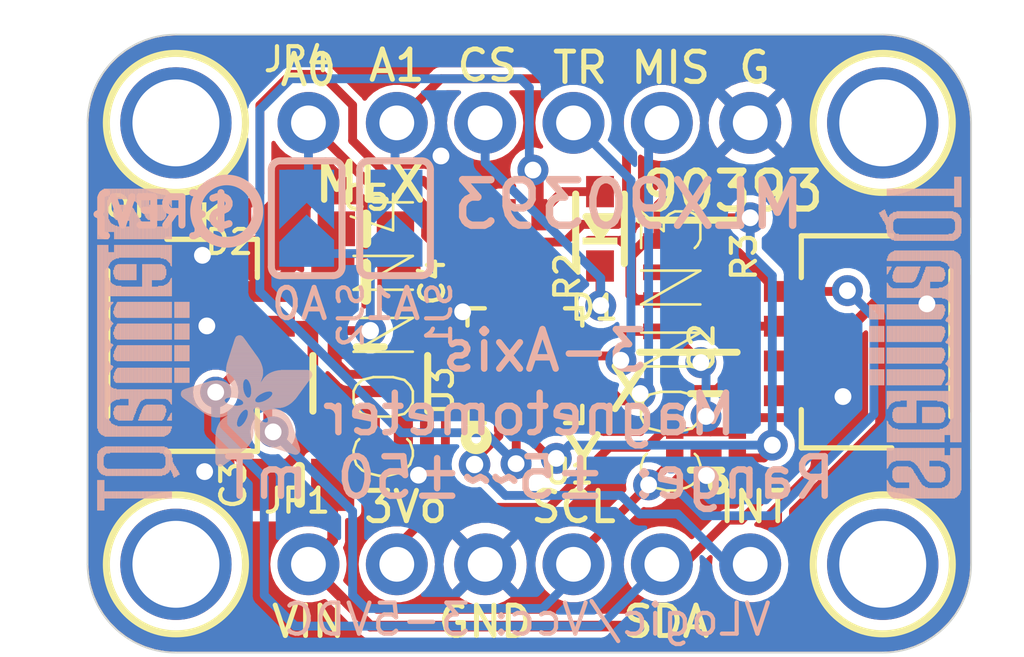
<source format=kicad_pcb>
(kicad_pcb (version 20221018) (generator pcbnew)
  (layers (0 "F.Cu" signal) (31 "B.Cu" signal) (34 "B.Paste" user) (35 "F.Paste" user) (36 "B.SilkS" user "B.Silkscreen") (37 "F.SilkS" user "F.Silkscreen") (38 "B.Mask" user) (39 "F.Mask" user) (44 "Edge.Cuts" user))
  (net 0 "")
  (net 1 "A0_3V")
  (net 2 "A1_3V")
  (net 3 "GND")
  (net 4 "3.3V")
  (net 5 "SENB_3V")
  (net 6 "MISO_3V")
  (net 7 "SDA_3V")
  (net 8 "SCL_3V")
  (net 9 "INT_3V")
  (net 10 "INT/TRIG_3V")
  (net 11 "SDA")
  (net 12 "SCL")
  (net 13 "SENB")
  (net 14 "VCC")
  (net 15 "N$1")
  (footprint "working:QFN16_3MM" (layer "F.Cu") (at 148.3741 105.6386 90)
    (fp_text reference "U1")
    (fp_text value "MLX90393")
  )
  (footprint "working:CHIPLED_0603_NOOUTLINE" (layer "F.Cu") (at 139.3571 101.3206 90)
    (fp_text reference "D2")
    (fp_text value "GREEN")
  )
  (footprint "working:MOUNTINGHOLE_2.5_PLATED" (layer "F.Cu") (at 158.6611 111.3536)
    (fp_text reference "U$37" hide)
    (fp_text value "MOUNTINGHOLE2.5" hide)
  )
  (footprint "working:MOUNTINGHOLE_2.5_PLATED" (layer "F.Cu") (at 138.3411 111.3536)
    (fp_text reference "U$36" hide)
    (fp_text value "MOUNTINGHOLE2.5" hide)
  )
  (footprint "working:0603-NO" (layer "F.Cu") (at 143.8021 101.7016)
    (fp_text reference "C5")
    (fp_text value "0.1uF")
  )
  (footprint "working:SOT363" (layer "F.Cu") (at 153.5811 107.5436 90)
    (fp_text reference "Q2")
    (fp_text value "BSS138")
  )
  (footprint "working:1X06_ROUND_70" (layer "F.Cu") (at 148.5011 98.6536)
    (fp_text reference "JP4")
    (fp_text value "")
  )
  (footprint "working:FIDUCIAL_1MM" (layer "F.Cu") (at 156.2481 102.2096)
    (fp_text reference "FID4" hide)
    (fp_text value "FIDUCIAL_1MM" hide)
  )
  (footprint "working:MOUNTINGHOLE_2.5_PLATED" (layer "F.Cu") (at 158.6611 98.6536)
    (fp_text reference "U$34" hide)
    (fp_text value "MOUNTINGHOLE2.5" hide)
  )
  (footprint "working:RESPACK_4X0603_NO" (layer "F.Cu") (at 147.4851 102.1461 180)
    (fp_text reference "R2")
    (fp_text value "10K")
  )
  (footprint "working:SOT23-5" (layer "F.Cu") (at 143.9291 106.1466)
    (fp_text reference "U3")
    (fp_text value "AP2112K-3.3")
  )
  (footprint "working:0805-NO" (layer "F.Cu") (at 143.8021 103.2256)
    (fp_text reference "C4")
    (fp_text value "10uF")
  )
  (footprint "working:0805-NO" (layer "F.Cu") (at 141.8971 109.0676 180)
    (fp_text reference "C3")
    (fp_text value "10uF")
  )
  (footprint "working:SOD-323_MINI" (layer "F.Cu") (at 150.5331 101.7016 90)
    (fp_text reference "D1")
    (fp_text value "1N4148")
  )
  (footprint "working:MOUNTINGHOLE_2.5_PLATED" (layer "F.Cu") (at 138.3411 98.6536)
    (fp_text reference "U$33" hide)
    (fp_text value "MOUNTINGHOLE2.5" hide)
  )
  (footprint "working:JST_SH4" (layer "F.Cu") (at 158.5341 105.0036 90)
    (fp_text reference "CONN3")
    (fp_text value "STEMMA_I2C_QT" hide)
  )
  (footprint "working:1X06_ROUND_70" (layer "F.Cu") (at 148.5011 111.3536)
    (fp_text reference "JP1")
    (fp_text value "")
  )
  (footprint "working:JST_SH4" (layer "F.Cu") (at 138.4681 105.0036 -90)
    (fp_text reference "CONN4")
    (fp_text value "STEMMA_I2C_QT" hide)
  )
  (footprint "working:RESPACK_4X0603" (layer "F.Cu") (at 153.0731 103.3526 -90)
    (fp_text reference "R3")
    (fp_text value "10K")
  )
  (footprint "working:FIDUCIAL_1MM" (layer "F.Cu") (at 137.3251 104.6226)
    (fp_text reference "FID2" hide)
    (fp_text value "FIDUCIAL_1MM" hide)
  )
  (footprint "working:SOLDERJUMPER_ARROW_NOPASTE" (layer "B.Cu") (at 142.1003 101.3968 90)
    (fp_text reference "SJ2")
    (fp_text value "")
  )
  (footprint "working:STEMMAQT" (layer "B.Cu") (at 158.2801 109.4486 90)
    (fp_text reference "U$41" hide)
    (fp_text value "" hide)
  )
  (footprint "working:STEMMAQT" (layer "B.Cu") (at 138.7221 100.5586 -90)
    (fp_text reference "U$42" hide)
    (fp_text value "" hide)
  )
  (footprint "working:PCBFEAT-REV-040" (layer "B.Cu") (at 139.8016 101.1936 180)
    (fp_text reference "U$18" hide)
    (fp_text value "" hide)
  )
  (footprint "working:ADAFRUIT_3.5MM" (layer "B.Cu") (at 142.2781 108.5596 180)
    (fp_text reference "U$39" hide)
    (fp_text value "" hide)
  )
  (footprint "working:SOLDERJUMPER_ARROW_NOPASTE" (layer "B.Cu") (at 144.6403 101.3968 90)
    (fp_text reference "SJ1")
    (fp_text value "")
  )
  (gr_line (start 138.3411 113.8936) (end 158.6611 113.8936) (stroke (width 0.05)) (layer "Edge.Cuts"))
  (gr_line (start 161.2011 111.3536) (end 161.2011 98.6536) (stroke (width 0.05)) (layer "Edge.Cuts"))
  (gr_arc (start 158.6611 96.1136) (mid 160.457151 96.857549) (end 161.2011 98.6536) (stroke (width 0.05)) (layer "Edge.Cuts"))
  (gr_arc (start 138.3411 113.8936) (mid 136.545049 113.149651) (end 135.8011 111.3536) (stroke (width 0.05)) (layer "Edge.Cuts"))
  (gr_arc (start 135.8011 98.6536) (mid 136.545049 96.857549) (end 138.3411 96.1136) (stroke (width 0.05)) (layer "Edge.Cuts"))
  (gr_line (start 135.8011 98.6536) (end 135.8011 111.3536) (stroke (width 0.05)) (layer "Edge.Cuts"))
  (gr_line (start 158.6611 96.1136) (end 138.3411 96.1136) (stroke (width 0.05)) (layer "Edge.Cuts"))
  (gr_arc (start 161.2011 111.3536) (mid 160.457151 113.149651) (end 158.6611 113.8936) (stroke (width 0.05)) (layer "Edge.Cuts"))
  (gr_text "MLX90393" (at 151.3586 101.0031) (layer "B.SilkS") (effects (font (size 1.31064 1.31064) (thickness 0.21336)) (justify mirror)))
  (gr_text "VLogic/Vcc: 3-5VDC" (at 148.4376 112.9411) (layer "B.SilkS") (effects (font (size 0.89408 0.89408) (thickness 0.12192)) (justify mirror)))
  (gr_text "3-Axis \nMagnetometer\nRange: ±5~~±50 mT" (at 148.5011 107.0356) (layer "B.SilkS") (effects (font (size 1.135888 1.135888) (thickness 0.184912)) (justify mirror)))
  (gr_text "A0" (at 141.8971 103.8606) (layer "B.SilkS") (effects (font (size 0.87376 0.87376) (thickness 0.14224)) (justify mirror)))
  (gr_text "A1" (at 144.5641 103.8606) (layer "B.SilkS") (effects (font (size 0.87376 0.87376) (thickness 0.14224)) (justify mirror)))
  (gr_text "90393" (at 154.3431 100.6221) (layer "F.SilkS") (effects (font (size 1.0922 1.0922) (thickness 0.1778))))
  (gr_text "CS" (at 147.2946 97.0026) (layer "F.SilkS") (effects (font (size 0.87376 0.87376) (thickness 0.14224))))
  (gr_text "TR" (at 149.9616 97.0661) (layer "F.SilkS") (effects (font (size 0.87376 0.87376) (thickness 0.14224))))
  (gr_text "X" (at 150.6601 107.0356) (layer "F.SilkS") (effects (font (size 1.223264 1.223264) (thickness 0.199136)) (justify left bottom)))
  (gr_text "A1" (at 144.6911 97.0026) (layer "F.SilkS") (effects (font (size 0.87376 0.87376) (thickness 0.14224))))
  (gr_text "on" (at 136.1821 101.4476) (layer "F.SilkS") (effects (font (size 0.89408 0.89408) (thickness 0.12192)) (justify left bottom)))
  (gr_text "VIN" (at 142.1511 113.0046) (layer "F.SilkS") (effects (font (size 0.87376 0.87376) (thickness 0.14224))))
  (gr_text "SCL" (at 149.7711 109.7026) (layer "F.SilkS") (effects (font (size 0.87376 0.87376) (thickness 0.14224))))
  (gr_text "GND" (at 147.2311 113.0046) (layer "F.SilkS") (effects (font (size 0.87376 0.87376) (thickness 0.14224))))
  (gr_text "INT" (at 154.9781 109.7026) (layer "F.SilkS") (effects (font (size 0.87376 0.87376) (thickness 0.14224))))
  (gr_text "G" (at 154.9781 97.0661) (layer "F.SilkS") (effects (font (size 0.87376 0.87376) (thickness 0.14224))))
  (gr_text "3Vo" (at 144.9451 109.7026) (layer "F.SilkS") (effects (font (size 0.87376 0.87376) (thickness 0.14224))))
  (gr_text "MIS" (at 152.5651 97.0661) (layer "F.SilkS") (effects (font (size 0.87376 0.87376) (thickness 0.14224))))
  (gr_text "SDA" (at 152.4381 113.0046) (layer "F.SilkS") (effects (font (size 0.87376 0.87376) (thickness 0.14224))))
  (gr_text "A0" (at 142.1511 97.1296) (layer "F.SilkS") (effects (font (size 0.87376 0.87376) (thickness 0.14224))))
  (gr_text "Y" (at 149.3901 109.0041) (layer "F.SilkS") (effects (font (size 1.223264 1.223264) (thickness 0.199136)) (justify left bottom)))
  (gr_text "MLX" (at 143.9291 100.3681) (layer "F.SilkS") (effects (font (size 1.0922 1.0922) (thickness 0.1778))))
  (segment (start 147.0851 102.0826) (end 145.7071 102.0826) (width 0.254) (layer "F.Cu") (net 1))
  (segment (start 145.7071 102.0826) (end 145.5198 101.8953) (width 0.254) (layer "F.Cu") (net 1))
  (segment (start 145.5198 101.8953) (end 145.5198 101.064825) (width 0.254) (layer "F.Cu") (net 1))
  (segment (start 145.267575 100.8126) (end 144.3101 100.8126) (width 0.254) (layer "F.Cu") (net 1))
  (segment (start 147.6241 103.9796) (end 147.0851 103.4406) (width 0.254) (layer "F.Cu") (net 1))
  (segment (start 144.3101 100.8126) (end 142.1511 98.6536) (width 0.254) (layer "F.Cu") (net 1))
  (segment (start 145.5198 101.064825) (end 145.267575 100.8126) (width 0.254) (layer "F.Cu") (net 1))
  (segment (start 147.0851 103.4406) (end 147.0851 102.9961) (width 0.254) (layer "F.Cu") (net 1))
  (segment (start 147.6241 104.1386) (end 147.6241 103.9796) (width 0.254) (layer "F.Cu") (net 1))
  (segment (start 147.0851 102.9961) (end 147.0851 102.0826) (width 0.254) (layer "F.Cu") (net 1))
  (segment (start 142.1003 100.3808) (end 142.1511 100.33) (width 0.254) (layer "B.Cu") (net 1))
  (segment (start 142.1511 100.33) (end 142.1511 98.6536) (width 0.254) (layer "B.Cu") (net 1))
  (segment (start 148.1241 103.4256) (end 147.8851 103.1866) (width 0.254) (layer "F.Cu") (net 2))
  (segment (start 145.9611 97.3836) (end 144.6911 98.6536) (width 0.254) (layer "F.Cu") (net 2))
  (segment (start 151.0411 101.5746) (end 151.2951 101.3206) (width 0.254) (layer "F.Cu") (net 2))
  (segment (start 150.0251 101.5746) (end 151.0411 101.5746) (width 0.254) (layer "F.Cu") (net 2))
  (segment (start 149.5171 102.0826) (end 150.0251 101.5746) (width 0.254) (layer "F.Cu") (net 2))
  (segment (start 148.0566 102.0826) (end 149.5171 102.0826) (width 0.254) (layer "F.Cu") (net 2))
  (segment (start 151.2951 101.3206) (end 151.2951 99.361813) (width 0.254) (layer "F.Cu") (net 2))
  (segment (start 151.0919 99.158613) (end 151.0919 97.9424) (width 0.254) (layer "F.Cu") (net 2))
  (segment (start 147.8851 103.1866) (end 147.8851 102.9961) (width 0.254) (layer "F.Cu") (net 2))
  (segment (start 147.8851 102.2541) (end 148.0566 102.0826) (width 0.254) (layer "F.Cu") (net 2))
  (segment (start 151.2951 99.361813) (end 151.0919 99.158613) (width 0.254) (layer "F.Cu") (net 2))
  (segment (start 151.0919 97.9424) (end 150.5331 97.3836) (width 0.254) (layer "F.Cu") (net 2))
  (segment (start 147.8851 102.9961) (end 147.8851 102.2541) (width 0.254) (layer "F.Cu") (net 2))
  (segment (start 148.1241 104.1386) (end 148.1241 103.4256) (width 0.254) (layer "F.Cu") (net 2))
  (segment (start 150.5331 97.3836) (end 145.9611 97.3836) (width 0.254) (layer "F.Cu") (net 2))
  (segment (start 144.6403 98.7044) (end 144.6911 98.6536) (width 0.254) (layer "B.Cu") (net 2))
  (segment (start 144.6403 100.3808) (end 144.6403 98.7044) (width 0.254) (layer "B.Cu") (net 2))
  (segment (start 144.6521 101.7016) (end 144.552518 101.7016) (width 0.254) (layer "F.Cu") (net 3))
  (segment (start 143.542309 100.691391) (end 141.510309 100.691391) (width 0.254) (layer "F.Cu") (net 3))
  (segment (start 141.510309 100.691391) (end 140.9821 101.2196) (width 0.254) (layer "F.Cu") (net 3))
  (segment (start 144.552518 101.7016) (end 143.542309 100.691391) (width 0.254) (layer "F.Cu") (net 3))
  (segment (start 140.9821 101.2196) (end 140.9821 103.5036) (width 0.254) (layer "F.Cu") (net 3))
  (via (at 157.5181 106.5276) (size 0.889) (drill 0.4826) (layers "F.Cu" "B.Cu") (net 3))
  (via (at 139.2301 104.4956) (size 0.889) (drill 0.4826) (layers "F.Cu" "B.Cu") (net 3))
  (via (at 145.9611 99.6061) (size 0.889) (drill 0.4826) (layers "F.Cu" "B.Cu") (net 3))
  (via (at 146.5834 104.0892) (size 0.889) (drill 0.4826) (layers "F.Cu" "B.Cu") (net 3))
  (via (at 139.1666 108.6866) (size 0.889) (drill 0.4826) (layers "F.Cu" "B.Cu") (net 3))
  (via (at 139.1031 102.4636) (size 0.889) (drill 0.4826) (layers "F.Cu" "B.Cu") (net 3))
  (via (at 159.9311 103.8606) (size 0.889) (drill 0.4826) (layers "F.Cu" "B.Cu") (net 3))
  (via (at 153.5938 108.8009) (size 0.889) (drill 0.4826) (layers "F.Cu" "B.Cu") (net 3))
  (via (at 145.3134 108.7882) (size 0.889) (drill 0.4826) (layers "F.Cu" "B.Cu") (net 3))
  (segment (start 145.7071 109.8296) (end 144.6911 110.8456) (width 0.254) (layer "F.Cu") (net 4))
  (segment (start 145.7023 105.8838) (end 145.7071 105.8886) (width 0.254) (layer "F.Cu") (net 4))
  (segment (start 143.1936 104.632) (end 143.9291 104.632) (width 0.254) (layer "F.Cu") (net 4))
  (segment (start 142.9791 104.8465) (end 143.1936 104.632) (width 0.254) (layer "F.Cu") (net 4))
  (segment (start 153.0731 103.3526) (end 153.0731 104.4956) (width 0.3048) (layer "F.Cu") (net 4))
  (segment (start 152.2231 104.6526) (end 152.535312 104.6526) (width 0.254) (layer "F.Cu") (net 4))
  (segment (start 153.0731 104.4956) (end 152.9161 104.6526) (width 0.3048) (layer "F.Cu") (net 4))
  (segment (start 149.6836 103.437125) (end 149.6836 104.6981) (width 0.254) (layer "F.Cu") (net 4))
  (segment (start 146.0881 105.8886) (end 146.8741 105.8886) (width 0.254) (layer "F.Cu") (net 4))
  (segment (start 149.6836 104.6981) (end 149.8741 104.8886) (width 0.254) (layer "F.Cu") (net 4))
  (segment (start 142.9521 103.1256) (end 142.8521 103.2256) (width 0.254) (layer "F.Cu") (net 4))
  (segment (start 146.1851 102.9961) (end 146.0588 102.9961) (width 0.254) (layer "F.Cu") (net 4))
  (segment (start 143.2901 105.8886) (end 145.7071 105.8886) (width 0.254) (layer "F.Cu") (net 4))
  (segment (start 152.9161 104.6526) (end 152.2231 104.6526) (width 0.3048) (layer "F.Cu") (net 4))
  (segment (start 145.8849 109.6772) (end 145.8849 109.7153) (width 0.254) (layer "F.Cu") (net 4))
  (segment (start 152.6811 107.5436) (end 153.7081 107.5436) (width 0.254) (layer "F.Cu") (net 4))
  (segment (start 145.7071 109.8296) (end 145.7071 109.855) (width 0.254) (layer "F.Cu") (net 4))
  (segment (start 152.6731 102.9526) (end 153.0731 103.3526) (width 0.3048) (layer "F.Cu") (net 4))
  (segment (start 142.9791 104.8465) (end 142.9791 105.5776) (width 0.254) (layer "F.Cu") (net 4))
  (segment (start 152.2231 104.6526) (end 150.8086 104.6526) (width 0.254) (layer "F.Cu") (net 4))
  (segment (start 152.2231 102.9526) (end 152.6731 102.9526) (width 0.3048) (layer "F.Cu") (net 4))
  (segment (start 152.323681 107.5436) (end 152.6811 107.5436) (width 0.254) (layer "F.Cu") (net 4))
  (segment (start 145.8849 109.7153) (end 149.0726 109.7153) (width 0.254) (layer "F.Cu") (net 4))
  (segment (start 142.9791 103.3526) (end 142.9791 104.8465) (width 0.254) (layer "F.Cu") (net 4))
  (segment (start 142.8521 103.2256) (end 142.9791 103.3526) (width 0.254) (layer "F.Cu") (net 4))
  (segment (start 145.8849 109.6772) (end 145.7071 109.855) (width 0.254) (layer "F.Cu") (net 4))
  (segment (start 144.6911 110.8456) (end 144.6911 111.3536) (width 0.254) (layer "F.Cu") (net 4))
  (segment (start 149.8741 104.8886) (end 150.5726 104.8886) (width 0.254) (layer "F.Cu") (net 4))
  (segment (start 142.9521 101.7016) (end 142.9521 103.1256) (width 0.254) (layer "F.Cu") (net 4))
  (segment (start 148.7851 102.9961) (end 149.242575 102.9961) (width 0.254) (layer "F.Cu") (net 4))
  (segment (start 153.5811 107.4166) (end 153.5811 107.0991) (width 0.254) (layer "F.Cu") (net 4))
  (segment (start 146.0881 109.4486) (end 145.7071 109.8296) (width 0.254) (layer "F.Cu") (net 4))
  (segment (start 150.8086 104.6526) (end 150.5726 104.8886) (width 0.254) (layer "F.Cu") (net 4))
  (segment (start 149.0726 109.7153) (end 150.7991 107.9888) (width 0.254) (layer "F.Cu") (net 4))
  (segment (start 153.432412 105.5497) (end 152.535312 104.6526) (width 0.254) (layer "F.Cu") (net 4))
  (segment (start 153.7081 107.5436) (end 153.5811 107.4166) (width 0.254) (layer "F.Cu") (net 4))
  (segment (start 146.0588 102.9961) (end 145.7023 103.3526) (width 0.254) (layer "F.Cu") (net 4))
  (segment (start 142.9791 105.5776) (end 143.2901 105.8886) (width 0.254) (layer "F.Cu") (net 4))
  (segment (start 145.7071 105.8886) (end 146.0881 105.8886) (width 0.254) (layer "F.Cu") (net 4))
  (segment (start 150.7991 107.9888) (end 151.878481 107.9888) (width 0.254) (layer "F.Cu") (net 4))
  (segment (start 151.878481 107.9888) (end 152.323681 107.5436) (width 0.254) (layer "F.Cu") (net 4))
  (segment (start 145.7023 105.8838) (end 145.7023 103.3526) (width 0.254) (layer "F.Cu") (net 4))
  (segment (start 153.7081 107.5436) (end 154.4811 107.5436) (width 0.254) (layer "F.Cu") (net 4))
  (segment (start 149.6836 103.437125) (end 149.242575 102.9961) (width 0.254) (layer "F.Cu") (net 4))
  (segment (start 146.0881 105.8886) (end 146.0881 109.4486) (width 0.254) (layer "F.Cu") (net 4))
  (via (at 143.9291 104.632) (size 0.9064) (drill 0.5) (layers "F.Cu" "B.Cu") (net 4))
  (via (at 153.5811 107.0991) (size 0.889) (drill 0.4826) (layers "F.Cu" "B.Cu") (net 4))
  (via (at 153.432412 105.5497) (size 0.889) (drill 0.4826) (layers "F.Cu" "B.Cu") (net 4))
  (segment (start 153.432412 105.5497) (end 153.5811 105.698388) (width 0.254) (layer "B.Cu") (net 4))
  (segment (start 143.9291 102.7938) (end 144.3101 102.4128) (width 0.254) (layer "B.Cu") (net 4))
  (segment (start 143.9291 104.632) (end 143.9291 102.7938) (width 0.254) (layer "B.Cu") (net 4))
  (segment (start 153.5811 105.698388) (end 153.5811 107.0991) (width 0.254) (layer "B.Cu") (net 4))
  (segment (start 142.1003 102.4128) (end 144.3101 102.4128) (width 0.254) (layer "B.Cu") (net 4))
  (segment (start 144.3101 102.4128) (end 144.6403 102.4128) (width 0.254) (layer "B.Cu") (net 4))
  (segment (start 148.7851 101.2961) (end 148.7851 100.101625) (width 0.254) (layer "F.Cu") (net 5))
  (segment (start 148.604396 100.010804) (end 148.694278 100.010804) (width 0.254) (layer "F.Cu") (net 5))
  (segment (start 148.7851 100.101625) (end 148.694278 100.010804) (width 0.254) (layer "F.Cu") (net 5))
  (segment (start 149.4496 100.6316) (end 150.5331 100.6316) (width 0.254) (layer "F.Cu") (net 5))
  (segment (start 148.1241 107.1386) (end 148.1241 108.454) (width 0.254) (layer "F.Cu") (net 5))
  (segment (start 148.1201 108.458) (end 148.1241 108.454) (width 0.254) (layer "F.Cu") (net 5))
  (segment (start 149.4496 100.6316) (end 148.7851 101.2961) (width 0.254) (layer "F.Cu") (net 5))
  (via (at 148.1201 108.458) (size 0.889) (drill 0.4826) (layers "F.Cu" "B.Cu") (net 5))
  (via (at 148.604396 100.010804) (size 0.889) (drill 0.4826) (layers "F.Cu" "B.Cu") (net 5))
  (segment (start 148.5011 99.907507) (end 148.604396 100.010804) (width 0.254) (layer "B.Cu") (net 5))
  (segment (start 144.8181 107.569) (end 140.7541 103.505) (width 0.254) (layer "B.Cu") (net 5))
  (segment (start 140.7541 103.505) (end 140.7541 98.2726) (width 0.254) (layer "B.Cu") (net 5))
  (segment (start 147.2311 107.569) (end 144.8181 107.569) (width 0.254) (layer "B.Cu") (net 5))
  (segment (start 148.1201 108.458) (end 147.2311 107.569) (width 0.254) (layer "B.Cu") (net 5))
  (segment (start 140.7541 98.2726) (end 141.6431 97.3836) (width 0.254) (layer "B.Cu") (net 5))
  (segment (start 148.2471 97.3836) (end 148.5011 97.6376) (width 0.254) (layer "B.Cu") (net 5))
  (segment (start 148.5011 97.6376) (end 148.5011 99.907507) (width 0.254) (layer "B.Cu") (net 5))
  (segment (start 141.6431 97.3836) (end 148.2471 97.3836) (width 0.254) (layer "B.Cu") (net 5))
  (segment (start 151.622206 106.5029) (end 151.622206 106.6506) (width 0.254) (layer "F.Cu") (net 6))
  (segment (start 151.622206 106.6506) (end 151.1441 106.6506) (width 0.254) (layer "F.Cu") (net 6))
  (segment (start 151.1441 106.6506) (end 150.3821 105.8886) (width 0.254) (layer "F.Cu") (net 6))
  (segment (start 149.8741 105.8886) (end 150.3821 105.8886) (width 0.254) (layer "F.Cu") (net 6))
  (segment (start 151.685706 106.4394) (end 151.622206 106.5029) (width 0.254) (layer "F.Cu") (net 6))
  (via (at 151.685706 106.4394) (size 0.889) (drill 0.4826) (layers "F.Cu" "B.Cu") (net 6))
  (segment (start 151.749206 106.3759) (end 151.685706 106.4394) (width 0.254) (layer "B.Cu") (net 6))
  (segment (start 151.9301 106.3759) (end 151.9301 99.0346) (width 0.254) (layer "B.Cu") (net 6))
  (segment (start 151.9301 99.0346) (end 152.3111 98.6536) (width 0.254) (layer "B.Cu") (net 6))
  (segment (start 151.9301 106.3759) (end 151.749206 106.3759) (width 0.254) (layer "B.Cu") (net 6))
  (segment (start 154.4311 105.1606) (end 154.4311 105.7792) (width 0.254) (layer "F.Cu") (net 7))
  (segment (start 149.8741 106.3886) (end 149.8741 106.7696) (width 0.254) (layer "F.Cu") (net 7))
  (segment (start 152.6811 106.7936) (end 152.4271 106.7936) (width 0.254) (layer "F.Cu") (net 7))
  (segment (start 151.6891 107.5316) (end 150.6361 107.5316) (width 0.254) (layer "F.Cu") (net 7))
  (segment (start 152.8963 106.3244) (end 153.8859 106.3244) (width 0.254) (layer "F.Cu") (net 7))
  (segment (start 152.6811 106.5396) (end 152.8963 106.3244) (width 0.254) (layer "F.Cu") (net 7))
  (segment (start 152.6811 106.7936) (end 152.6811 106.5396) (width 0.254) (layer "F.Cu") (net 7))
  (segment (start 153.8859 106.3244) (end 154.4311 105.7792) (width 0.254) (layer "F.Cu") (net 7))
  (segment (start 150.6361 107.5316) (end 149.8741 106.7696) (width 0.254) (layer "F.Cu") (net 7))
  (segment (start 154.4311 105.1606) (end 153.9231 104.6526) (width 0.254) (layer "F.Cu") (net 7))
  (segment (start 152.4271 106.7936) (end 151.6891 107.5316) (width 0.254) (layer "F.Cu") (net 7))
  (segment (start 149.2758 108.3056) (end 149.088693 108.3056) (width 0.254) (layer "F.Cu") (net 8))
  (segment (start 155.2431 108.2936) (end 154.4811 108.2936) (width 0.254) (layer "F.Cu") (net 8))
  (segment (start 153.4351 102.9526) (end 153.0731 102.5906) (width 0.254) (layer "F.Cu") (net 8))
  (segment (start 149.088693 108.3056) (end 148.6241 107.841007) (width 0.254) (layer "F.Cu") (net 8))
  (segment (start 153.0731 102.5906) (end 153.0731 101.6381) (width 0.254) (layer "F.Cu") (net 8))
  (segment (start 155.5491 107.9876) (end 155.2431 108.2936) (width 0.254) (layer "F.Cu") (net 8))
  (segment (start 153.3271 101.3841) (end 154.8511 101.3841) (width 0.254) (layer "F.Cu") (net 8))
  (segment (start 153.3271 101.3841) (end 153.0731 101.6381) (width 0.254) (layer "F.Cu") (net 8))
  (segment (start 155.4861 107.9246) (end 155.5491 107.9876) (width 0.254) (layer "F.Cu") (net 8))
  (segment (start 153.9231 102.9526) (end 153.4351 102.9526) (width 0.254) (layer "F.Cu") (net 8))
  (segment (start 148.6241 107.1386) (end 148.6241 107.841007) (width 0.254) (layer "F.Cu") (net 8))
  (via (at 154.8511 101.3841) (size 0.889) (drill 0.4826) (layers "F.Cu" "B.Cu") (net 8))
  (via (at 149.2758 108.3056) (size 0.889) (drill 0.4826) (layers "F.Cu" "B.Cu") (net 8))
  (via (at 155.4861 107.9246) (size 0.889) (drill 0.4826) (layers "F.Cu" "B.Cu") (net 8))
  (segment (start 149.2758 108.3056) (end 149.6568 107.9246) (width 0.254) (layer "B.Cu") (net 8))
  (segment (start 155.4861 107.9246) (end 155.4861 103.0478) (width 0.254) (layer "B.Cu") (net 8))
  (segment (start 155.4861 103.0478) (end 154.8511 102.4128) (width 0.254) (layer "B.Cu") (net 8))
  (segment (start 149.6568 107.9246) (end 155.4861 107.9246) (width 0.254) (layer "B.Cu") (net 8))
  (segment (start 154.8511 101.3841) (end 154.8511 102.4128) (width 0.254) (layer "B.Cu") (net 8))
  (segment (start 147.6241 107.6586) (end 146.9263 108.3564) (width 0.254) (layer "F.Cu") (net 9))
  (segment (start 147.6241 107.1386) (end 147.6241 107.6586) (width 0.254) (layer "F.Cu") (net 9))
  (segment (start 146.9263 108.3564) (end 146.9263 108.4834) (width 0.254) (layer "F.Cu") (net 9))
  (via (at 146.9263 108.4834) (size 0.9064) (drill 0.5) (layers "F.Cu" "B.Cu") (net 9))
  (segment (start 151.672706 109.9058) (end 152.7683 109.9058) (width 0.254) (layer "B.Cu") (net 9))
  (segment (start 154.2161 111.3536) (end 152.7683 109.9058) (width 0.254) (layer "B.Cu") (net 9))
  (segment (start 147.8153 109.3724) (end 151.139306 109.3724) (width 0.254) (layer "B.Cu") (net 9))
  (segment (start 146.9263 108.4834) (end 147.8153 109.3724) (width 0.254) (layer "B.Cu") (net 9))
  (segment (start 151.139306 109.3724) (end 151.672706 109.9058) (width 0.254) (layer "B.Cu") (net 9))
  (segment (start 154.2161 111.3536) (end 154.8511 111.3536) (width 0.254) (layer "B.Cu") (net 9))
  (segment (start 151.008206 105.3588) (end 149.9039 105.3588) (width 0.254) (layer "F.Cu") (net 10))
  (segment (start 151.132803 105.483397) (end 151.008206 105.3588) (width 0.254) (layer "F.Cu") (net 10))
  (segment (start 149.8741 105.3886) (end 149.9039 105.3588) (width 0.254) (layer "F.Cu") (net 10))
  (via (at 151.132803 105.483397) (size 0.889) (drill 0.4826) (layers "F.Cu" "B.Cu") (net 10))
  (segment (start 151.4221 105.1941) (end 151.4221 100.3046) (width 0.254) (layer "B.Cu") (net 10))
  (segment (start 151.132803 105.483397) (end 151.4221 105.1941) (width 0.254) (layer "B.Cu") (net 10))
  (segment (start 151.4221 100.3046) (end 149.7711 98.6536) (width 0.254) (layer "B.Cu") (net 10))
  (segment (start 156.2608 108.4199) (end 154.5971 110.0836) (width 0.254) (layer "F.Cu") (net 11))
  (segment (start 140.9821 105.5036) (end 140.3811 105.5036) (width 0.254) (layer "F.Cu") (net 11))
  (segment (start 155.9653 107.1338) (end 156.2608 107.4293) (width 0.254) (layer "F.Cu") (net 11))
  (segment (start 155.1131 104.5036) (end 154.9146 104.3051) (width 0.254) (layer "F.Cu") (net 11))
  (segment (start 154.768125 106.7936) (end 155.108325 107.1338) (width 0.254) (layer "F.Cu") (net 11))
  (segment (start 155.108325 107.1338) (end 155.9653 107.1338) (width 0.254) (layer "F.Cu") (net 11))
  (segment (start 156.2608 107.4293) (end 156.2608 108.4199) (width 0.254) (layer "F.Cu") (net 11))
  (segment (start 154.2161 110.0836) (end 152.9461 111.3536) (width 0.254) (layer "F.Cu") (net 11))
  (segment (start 154.9146 104.3051) (end 154.9146 106.3601) (width 0.254) (layer "F.Cu") (net 11))
  (segment (start 154.4811 106.7936) (end 154.768125 106.7936) (width 0.254) (layer "F.Cu") (net 11))
  (segment (start 154.5971 110.0836) (end 154.2161 110.0836) (width 0.254) (layer "F.Cu") (net 11))
  (segment (start 154.9146 106.3601) (end 154.4811 106.7936) (width 0.254) (layer "F.Cu") (net 11))
  (segment (start 156.0201 104.5036) (end 155.1131 104.5036) (width 0.254) (layer "F.Cu") (net 11))
  (segment (start 152.3111 111.3536) (end 152.9461 111.3536) (width 0.254) (layer "F.Cu") (net 11))
  (segment (start 154.3621 103.7526) (end 153.9231 103.7526) (width 0.254) (layer "F.Cu") (net 11))
  (segment (start 140.3811 105.5036) (end 139.4841 106.4006) (width 0.254) (layer "F.Cu") (net 11))
  (segment (start 154.9146 104.3051) (end 154.3621 103.7526) (width 0.254) (layer "F.Cu") (net 11))
  (via (at 139.4841 106.4006) (size 0.889) (drill 0.4826) (layers "F.Cu" "B.Cu") (net 11))
  (segment (start 139.4841 107.4674) (end 140.8811 108.8644) (width 0.254) (layer "B.Cu") (net 11))
  (segment (start 139.4841 106.4006) (end 139.4841 107.4674) (width 0.254) (layer "B.Cu") (net 11))
  (segment (start 150.5331 113.1316) (end 152.3111 111.3536) (width 0.254) (layer "B.Cu") (net 11))
  (segment (start 140.8811 112.2426) (end 141.7701 113.1316) (width 0.254) (layer "B.Cu") (net 11))
  (segment (start 141.7701 113.1316) (end 150.5331 113.1316) (width 0.254) (layer "B.Cu") (net 11))
  (segment (start 140.8811 108.8644) (end 140.8811 112.2426) (width 0.254) (layer "B.Cu") (net 11))
  (segment (start 155.6391 103.5036) (end 156.0201 103.5036) (width 0.254) (layer "F.Cu") (net 12))
  (segment (start 152.6811 108.2936) (end 152.6811 108.3166) (width 0.254) (layer "F.Cu") (net 12))
  (segment (start 149.7711 111.3536) (end 149.7711 111.2266) (width 0.254) (layer "F.Cu") (net 12))
  (segment (start 153.9231 102.0526) (end 154.1881 102.0526) (width 0.254) (layer "F.Cu") (net 12))
  (segment (start 157.6451 103.4796) (end 157.6211 103.5036) (width 0.254) (layer "F.Cu") (net 12))
  (segment (start 149.7711 111.2266) (end 151.9301 109.0676) (width 0.254) (layer "F.Cu") (net 12))
  (segment (start 157.6211 103.5036) (end 156.0201 103.5036) (width 0.254) (layer "F.Cu") (net 12))
  (segment (start 155.6391 103.5036) (end 154.1881 102.0526) (width 0.254) (layer "F.Cu") (net 12))
  (segment (start 140.9821 107.3906) (end 141.1351 107.5436) (width 0.254) (layer "F.Cu") (net 12))
  (segment (start 152.6811 108.3166) (end 151.9301 109.0676) (width 0.254) (layer "F.Cu") (net 12))
  (segment (start 140.9821 106.5036) (end 140.9821 107.3906) (width 0.254) (layer "F.Cu") (net 12))
  (via (at 151.9301 109.0676) (size 0.889) (drill 0.4826) (layers "F.Cu" "B.Cu") (net 12))
  (via (at 141.1351 107.5436) (size 0.889) (drill 0.4826) (layers "F.Cu" "B.Cu") (net 12))
  (via (at 157.6451 103.4796) (size 0.889) (drill 0.4826) (layers "F.Cu" "B.Cu") (net 12))
  (segment (start 143.4211 112.2426) (end 143.8021 112.6236) (width 0.254) (layer "B.Cu") (net 12))
  (segment (start 158.4071 107.0356) (end 155.4861 109.9566) (width 0.254) (layer "B.Cu") (net 12))
  (segment (start 158.4071 104.2416) (end 158.4071 107.0356) (width 0.254) (layer "B.Cu") (net 12))
  (segment (start 152.627481 109.0676) (end 151.9301 109.0676) (width 0.254) (layer "B.Cu") (net 12))
  (segment (start 141.1351 107.5436) (end 143.4211 109.8296) (width 0.254) (layer "B.Cu") (net 12))
  (segment (start 158.4071 104.2416) (end 157.6451 103.4796) (width 0.254) (layer "B.Cu") (net 12))
  (segment (start 143.8021 112.6236) (end 148.8821 112.6236) (width 0.254) (layer "B.Cu") (net 12))
  (segment (start 153.516481 109.9566) (end 152.627481 109.0676) (width 0.254) (layer "B.Cu") (net 12))
  (segment (start 148.8821 112.6236) (end 149.7711 111.7346) (width 0.254) (layer "B.Cu") (net 12))
  (segment (start 143.4211 109.8296) (end 143.4211 112.2426) (width 0.254) (layer "B.Cu") (net 12))
  (segment (start 155.4861 109.9566) (end 153.516481 109.9566) (width 0.254) (layer "B.Cu") (net 12))
  (segment (start 149.7711 111.7346) (end 149.7711 111.3536) (width 0.254) (layer "B.Cu") (net 12))
  (segment (start 150.5331 102.7716) (end 150.5331 103.889532) (width 0.254) (layer "F.Cu") (net 13))
  (segment (start 150.5539 103.910332) (end 150.5331 103.889532) (width 0.254) (layer "F.Cu") (net 13))
  (via (at 150.5539 103.910332) (size 0.889) (drill 0.4826) (layers "F.Cu" "B.Cu") (net 13))
  (segment (start 150.5539 103.910332) (end 150.5539 103.1194) (width 0.254) (layer "B.Cu") (net 13))
  (segment (start 150.5539 103.1194) (end 147.2311 99.7966) (width 0.254) (layer "B.Cu") (net 13))
  (segment (start 147.2311 98.6536) (end 147.2311 99.7966) (width 0.254) (layer "B.Cu") (net 13))
  (segment (start 142.0321 104.5036) (end 142.2781 104.7496) (width 0.3048) (layer "F.Cu") (net 14))
  (segment (start 156.1211 111.9886) (end 156.1211 109.8296) (width 0.3048) (layer "F.Cu") (net 14))
  (segment (start 151.5681 103.7526) (end 152.2231 103.7526) (width 0.3048) (layer "F.Cu") (net 14))
  (segment (start 158.6611 102.9716) (end 155.9306 100.2411) (width 0.3048) (layer "F.Cu") (net 14))
  (segment (start 151.4175 103.602) (end 151.5681 103.7526) (width 0.3048) (layer "F.Cu") (net 14))
  (segment (start 143.9291 113.1316) (end 154.9781 113.1316) (width 0.3048) (layer "F.Cu") (net 14))
  (segment (start 144.8791 107.9906) (end 144.8791 107.4467) (width 0.3048) (layer "F.Cu") (net 14))
  (segment (start 151.8331 102.0526) (end 151.4175 102.4682) (width 0.3048) (layer "F.Cu") (net 14))
  (segment (start 158.6611 103.6066) (end 158.6611 102.9716) (width 0.3048) (layer "F.Cu") (net 14))
  (segment (start 151.4175 102.4682) (end 151.4175 103.602) (width 0.3048) (layer "F.Cu") (net 14))
  (segment (start 158.5976 107.3531) (end 158.5976 103.6701) (width 0.3048) (layer "F.Cu") (net 14))
  (segment (start 156.1211 109.8296) (end 158.5976 107.3531) (width 0.3048) (layer "F.Cu") (net 14))
  (segment (start 140.9821 104.5036) (end 142.0321 104.5036) (width 0.3048) (layer "F.Cu") (net 14))
  (segment (start 158.5976 103.6701) (end 158.6611 103.6066) (width 0.3048) (layer "F.Cu") (net 14))
  (segment (start 152.2231 102.0526) (end 151.8331 102.0526) (width 0.3048) (layer "F.Cu") (net 14))
  (segment (start 153.0096 100.2411) (end 152.2231 101.0276) (width 0.3048) (layer "F.Cu") (net 14))
  (segment (start 142.8471 110.6576) (end 142.1511 111.3536) (width 0.3048) (layer "F.Cu") (net 14))
  (segment (start 156.7641 105.5036) (end 158.5976 103.6701) (width 0.3048) (layer "F.Cu") (net 14))
  (segment (start 142.9791 108.9356) (end 142.8471 109.0676) (width 0.3048) (layer "F.Cu") (net 14))
  (segment (start 142.2781 106.7457) (end 142.9791 107.4467) (width 0.3048) (layer "F.Cu") (net 14))
  (segment (start 142.8471 109.0676) (end 142.8471 110.6576) (width 0.3048) (layer "F.Cu") (net 14))
  (segment (start 152.2231 101.0276) (end 152.2231 102.0526) (width 0.3048) (layer "F.Cu") (net 14))
  (segment (start 142.8471 109.0676) (end 143.8021 109.0676) (width 0.3048) (layer "F.Cu") (net 14))
  (segment (start 142.2781 104.7496) (end 142.2781 106.7457) (width 0.3048) (layer "F.Cu") (net 14))
  (segment (start 143.8021 109.0676) (end 144.8791 107.9906) (width 0.3048) (layer "F.Cu") (net 14))
  (segment (start 154.9781 113.1316) (end 156.1211 111.9886) (width 0.3048) (layer "F.Cu") (net 14))
  (segment (start 156.0201 105.5036) (end 156.7641 105.5036) (width 0.3048) (layer "F.Cu") (net 14))
  (segment (start 142.1511 111.3536) (end 143.9291 113.1316) (width 0.3048) (layer "F.Cu") (net 14))
  (segment (start 142.9791 107.4467) (end 142.9791 108.9356) (width 0.3048) (layer "F.Cu") (net 14))
  (segment (start 155.9306 100.2411) (end 153.0096 100.2411) (width 0.3048) (layer "F.Cu") (net 14))
  (segment (start 146.1851 101.2961) (end 146.1851 101.0421) (width 0.254) (layer "F.Cu") (net 15))
  (segment (start 140.7541 100.6736) (end 140.1071 101.3206) (width 0.254) (layer "F.Cu") (net 15))
  (segment (start 143.4211 98.1456) (end 142.5321 97.2566) (width 0.254) (layer "F.Cu") (net 15))
  (segment (start 141.6431 97.2566) (end 140.7541 98.1456) (width 0.254) (layer "F.Cu") (net 15))
  (segment (start 144.5641 100.3046) (end 143.4211 99.1616) (width 0.254) (layer "F.Cu") (net 15))
  (segment (start 140.7541 98.1456) (end 140.7541 100.6736) (width 0.254) (layer "F.Cu") (net 15))
  (segment (start 142.5321 97.2566) (end 141.6431 97.2566) (width 0.254) (layer "F.Cu") (net 15))
  (segment (start 143.4211 99.1616) (end 143.4211 98.1456) (width 0.254) (layer "F.Cu") (net 15))
  (segment (start 146.1851 101.0421) (end 145.4476 100.3046) (width 0.254) (layer "F.Cu") (net 15))
  (segment (start 145.4476 100.3046) (end 144.5641 100.3046) (width 0.254) (layer "F.Cu") (net 15))
  (zone (net 3) (net_name "GND") (layer "F.Cu") (priority 6) (connect_pads (clearance 0.000001)) (min_thickness 0.127) (fill yes (thermal_gap 0.304) (thermal_bridge_width 0.304))
    (polygon (pts (xy 161.3281 114.0206) (xy 135.6741 114.0206) (xy 135.6741 95.9866) (xy 161.3281 95.9866)))
  )
  (zone (net 3) (net_name "GND") (layer "B.Cu") (priority 6) (connect_pads (clearance 0.000001)) (min_thickness 0.127) (fill yes (thermal_gap 0.304) (thermal_bridge_width 0.304))
    (polygon (pts (xy 161.3281 114.0206) (xy 135.6741 114.0206) (xy 135.6741 95.9866) (xy 161.3281 95.9866)))
  )
)
</source>
